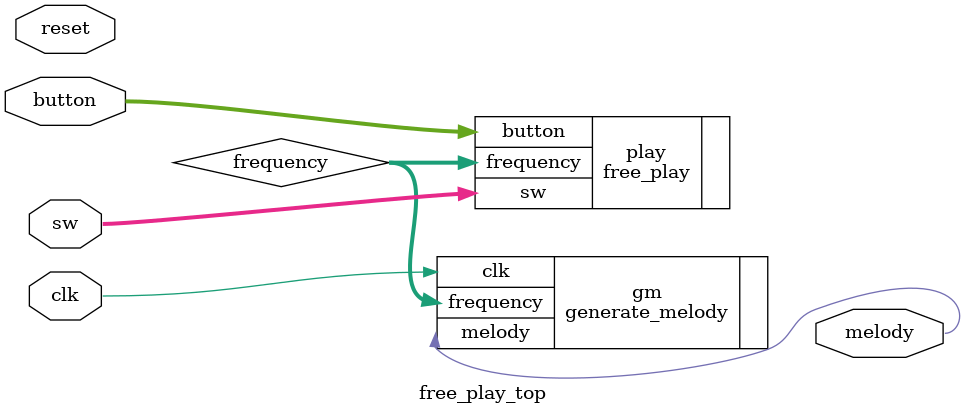
<source format=v>
`timescale 1ns / 1ps


module free_play_top(
 input clk, input reset,
 input wire [2:0] button,
 input [7:0] sw,
 output melody
    );
    
    wire clk_div;
    
    wire [10:0] frequency;
   
//    clock_divider clock(
//        .clk(clk),
//        .reset(reset),
//        .clk_div(clk_div)
//    );

    free_play play(
    .button(button),
    .sw(sw),
    .frequency(frequency)
    );
    
    generate_melody gm(.clk(clk), .frequency(frequency), .melody(melody));
endmodule

</source>
